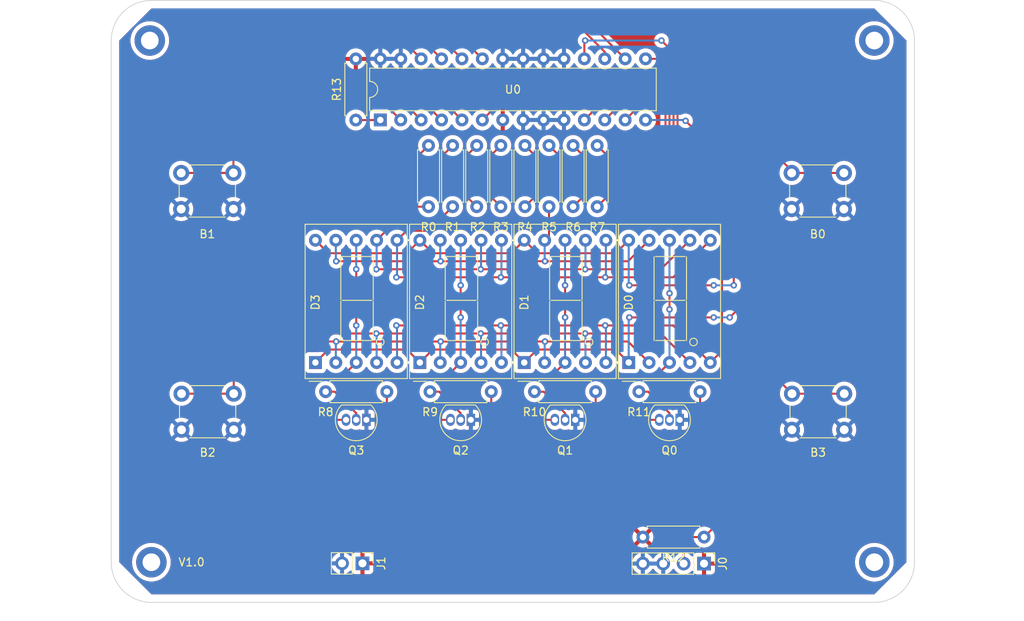
<source format=kicad_pcb>
(kicad_pcb (version 20211014) (generator pcbnew)
  (layers (0 "F.Cu" signal) (31 "B.Cu" signal) (34 "B.Paste" user) (35 "F.Paste" user) (36 "B.SilkS" user "B.Silkscreen") (37 "F.SilkS" user "F.Silkscreen") (38 "B.Mask" user) (39 "F.Mask" user) (44 "Edge.Cuts" user))
  (net 0 "")
  (net 1 "Net-(B0-Pad1)")
  (net 2 "GND")
  (net 3 "Net-(B1-Pad1)")
  (net 4 "Net-(B2-Pad1)")
  (net 5 "Net-(B3-Pad1)")
  (net 6 "VCC")
  (net 7 "/SS_E")
  (net 8 "/SS_D")
  (net 9 "Net-(D0-Pad3)")
  (net 10 "/SS_C")
  (net 11 "/SS_DP")
  (net 12 "/SS_B")
  (net 13 "/SS_A")
  (net 14 "/SS_F")
  (net 15 "/SS_G")
  (net 16 "Net-(D1-Pad3)")
  (net 17 "Net-(D2-Pad3)")
  (net 18 "Net-(D3-Pad3)")
  (net 19 "Net-(J0-Pad2)")
  (net 20 "Net-(Q0-Pad2)")
  (net 21 "Net-(Q1-Pad2)")
  (net 22 "Net-(Q2-Pad2)")
  (net 23 "Net-(Q3-Pad2)")
  (net 24 "Net-(R0-Pad1)")
  (net 25 "Net-(R1-Pad1)")
  (net 26 "Net-(R2-Pad1)")
  (net 27 "Net-(R3-Pad1)")
  (net 28 "Net-(R4-Pad1)")
  (net 29 "Net-(R5-Pad1)")
  (net 30 "Net-(R6-Pad1)")
  (net 31 "Net-(R7-Pad1)")
  (net 32 "Net-(R8-Pad1)")
  (net 33 "Net-(R9-Pad1)")
  (net 34 "Net-(R10-Pad1)")
  (net 35 "Net-(R11-Pad1)")
  (net 36 "Net-(R13-Pad1)")
  (footprint "Resistor_THT:R_Axial_DIN0207_L6.3mm_D2.5mm_P7.62mm_Horizontal" (layer "F.Cu") (at 153.5 58.08 -90)
    (fp_text reference "R4" (at 10.16 0) (layer "F.SilkS"))
    (fp_text value "100R")
    (pad "1" thru_hole circle (at 0 0 270) (size 1.6 1.6) (drill 0.8) (layers *.Cu *.Mask) (net 28 "Net-(R4-Pad1)"))
    (pad "2" thru_hole oval (at 7.62 0 270) (size 1.6 1.6) (drill 0.8) (layers *.Cu *.Mask) (net 7 "/SS_E"))
  )
  (footprint "Resistor_THT:R_Axial_DIN0207_L6.3mm_D2.5mm_P7.62mm_Horizontal" (layer "F.Cu") (at 141.5 58.08 -90)
    (fp_text reference "R0" (at 10.16 0) (layer "F.SilkS"))
    (fp_text value "100R")
    (pad "1" thru_hole circle (at 0 0 270) (size 1.6 1.6) (drill 0.8) (layers *.Cu *.Mask) (net 24 "Net-(R0-Pad1)"))
    (pad "2" thru_hole oval (at 7.62 0 270) (size 1.6 1.6) (drill 0.8) (layers *.Cu *.Mask) (net 13 "/SS_A"))
  )
  (footprint "Connector_PinHeader_2.54mm:PinHeader_1x02_P2.54mm_Vertical" (layer "F.Cu") (at 133.275 110.14 -90)
    (fp_text reference "J1" (at 0 -2.33 90) (layer "F.SilkS"))
    (fp_text value "battery_connection")
    (pad "1" thru_hole rect (at 0 0 270) (size 1.7 1.7) (drill 1) (layers *.Cu *.Mask) (net 6 "VCC"))
    (pad "2" thru_hole oval (at 0 2.54 270) (size 1.7 1.7) (drill 1) (layers *.Cu *.Mask) (net 2 "GND"))
  )
  (footprint "Display_7Segment:D1X8K" (layer "F.Cu") (at 140.42 85.12 90)
    (fp_text reference "D2" (at 7.4975 0 90) (layer "F.SilkS"))
    (fp_text value "INND-TS56")
    (pad "1" thru_hole rect (at 0 0) (size 1.6 1.6) (drill 0.8) (layers *.Cu *.Mask) (net 7 "/SS_E"))
    (pad "2" thru_hole circle (at 0 2.54) (size 1.6 1.6) (drill 0.8) (layers *.Cu *.Mask) (net 8 "/SS_D"))
    (pad "3" thru_hole circle (at 0 5.08) (size 1.6 1.6) (drill 0.8) (layers *.Cu *.Mask) (net 17 "Net-(D2-Pad3)"))
    (pad "4" thru_hole circle (at 0 7.62) (size 1.6 1.6) (drill 0.8) (layers *.Cu *.Mask) (net 10 "/SS_C"))
    (pad "5" thru_hole circle (at 0 10.16) (size 1.6 1.6) (drill 0.8) (layers *.Cu *.Mask) (net 11 "/SS_DP"))
    (pad "6" thru_hole circle (at 15.24 10.16) (size 1.6 1.6) (drill 0.8) (layers *.Cu *.Mask) (net 12 "/SS_B"))
    (pad "7" thru_hole circle (at 15.24 7.62) (size 1.6 1.6) (drill 0.8) (layers *.Cu *.Mask) (net 13 "/SS_A"))
    (pad "8" thru_hole circle (at 15.24 5.08) (size 1.6 1.6) (drill 0.8) (layers *.Cu *.Mask) (net 17 "Net-(D2-Pad3)"))
    (pad "9" thru_hole circle (at 15.24 2.54) (size 1.6 1.6) (drill 0.8) (layers *.Cu *.Mask) (net 14 "/SS_F"))
    (pad "10" thru_hole circle (at 15.24 0) (size 1.6 1.6) (drill 0.8) (layers *.Cu *.Mask) (net 15 "/SS_G"))
  )
  (footprint "Resistor_THT:R_Axial_DIN0207_L6.3mm_D2.5mm_P7.62mm_Horizontal" (layer "F.Cu") (at 149.31 88.75 180)
    (fp_text reference "R9" (at 7.62 -2.54) (layer "F.SilkS"))
    (fp_text value "680R")
    (pad "1" thru_hole circle (at 0 0 180) (size 1.6 1.6) (drill 0.8) (layers *.Cu *.Mask) (net 33 "Net-(R9-Pad1)"))
    (pad "2" thru_hole oval (at 7.62 0 180) (size 1.6 1.6) (drill 0.8) (layers *.Cu *.Mask) (net 22 "Net-(Q2-Pad2)"))
  )
  (footprint "Display_7Segment:D1X8K" (layer "F.Cu") (at 166.42 85.12 90)
    (fp_text reference "D0" (at 7.4975 0 90) (layer "F.SilkS"))
    (fp_text value "INND-TS56")
    (pad "1" thru_hole rect (at 0 0) (size 1.6 1.6) (drill 0.8) (layers *.Cu *.Mask) (net 7 "/SS_E"))
    (pad "2" thru_hole circle (at 0 2.54) (size 1.6 1.6) (drill 0.8) (layers *.Cu *.Mask) (net 8 "/SS_D"))
    (pad "3" thru_hole circle (at 0 5.08) (size 1.6 1.6) (drill 0.8) (layers *.Cu *.Mask) (net 9 "Net-(D0-Pad3)"))
    (pad "4" thru_hole circle (at 0 7.62) (size 1.6 1.6) (drill 0.8) (layers *.Cu *.Mask) (net 10 "/SS_C"))
    (pad "5" thru_hole circle (at 0 10.16) (size 1.6 1.6) (drill 0.8) (layers *.Cu *.Mask) (net 11 "/SS_DP"))
    (pad "6" thru_hole circle (at 15.24 10.16) (size 1.6 1.6) (drill 0.8) (layers *.Cu *.Mask) (net 12 "/SS_B"))
    (pad "7" thru_hole circle (at 15.24 7.62) (size 1.6 1.6) (drill 0.8) (layers *.Cu *.Mask) (net 13 "/SS_A"))
    (pad "8" thru_hole circle (at 15.24 5.08) (size 1.6 1.6) (drill 0.8) (layers *.Cu *.Mask) (net 9 "Net-(D0-Pad3)"))
    (pad "9" thru_hole circle (at 15.24 2.54) (size 1.6 1.6) (drill 0.8) (layers *.Cu *.Mask) (net 14 "/SS_F"))
    (pad "10" thru_hole circle (at 15.24 0) (size 1.6 1.6) (drill 0.8) (layers *.Cu *.Mask) (net 15 "/SS_G"))
  )
  (footprint "Resistor_THT:R_Axial_DIN0207_L6.3mm_D2.5mm_P7.62mm_Horizontal" (layer "F.Cu") (at 144.5 58.08 -90)
    (fp_text reference "R1" (at 10.16 0) (layer "F.SilkS"))
    (fp_text value "100R")
    (pad "1" thru_hole circle (at 0 0 270) (size 1.6 1.6) (drill 0.8) (layers *.Cu *.Mask) (net 25 "Net-(R1-Pad1)"))
    (pad "2" thru_hole oval (at 7.62 0 270) (size 1.6 1.6) (drill 0.8) (layers *.Cu *.Mask) (net 12 "/SS_B"))
  )
  (footprint "Package_DIP:DIP-28_W7.62mm" (layer "F.Cu") (at 135.5 54.9 90)
    (fp_text reference "U0" (at 3.8 16.51) (layer "F.SilkS"))
    (fp_text value "ATmega328P-U")
    (pad "1" thru_hole rect (at 0 0 90) (size 1.6 1.6) (drill 0.8) (layers *.Cu *.Mask) (net 36 "Net-(R13-Pad1)"))
    (pad "2" thru_hole oval (at 0 2.54 90) (size 1.6 1.6) (drill 0.8) (layers *.Cu *.Mask) (net 24 "Net-(R0-Pad1)"))
    (pad "3" thru_hole oval (at 0 5.08 90) (size 1.6 1.6) (drill 0.8) (layers *.Cu *.Mask) (net 25 "Net-(R1-Pad1)"))
    (pad "4" thru_hole oval (at 0 7.62 90) (size 1.6 1.6) (drill 0.8) (layers *.Cu *.Mask) (net 26 "Net-(R2-Pad1)"))
    (pad "5" thru_hole oval (at 0 10.16 90) (size 1.6 1.6) (drill 0.8) (layers *.Cu *.Mask) (net 27 "Net-(R3-Pad1)"))
    (pad "6" thru_hole oval (at 0 12.7 90) (size 1.6 1.6) (drill 0.8) (layers *.Cu *.Mask) (net 28 "Net-(R4-Pad1)"))
    (pad "7" thru_hole oval (at 0 15.24 90) (size 1.6 1.6) (drill 0.8) (layers *.Cu *.Mask) (net 6 "VCC"))
    (pad "8" thru_hole oval (at 0 17.78 90) (size 1.6 1.6) (drill 0.8) (layers *.Cu *.Mask) (net 2 "GND"))
    (pad "9" thru_hole oval (at 0 20.32 90) (size 1.6 1.6) (drill 0.8) (layers *.Cu *.Mask) (net 2 "GND"))
    (pad "10" thru_hole oval (at 0 22.86 90) (size 1.6 1.6) (drill 0.8) (layers *.Cu *.Mask) (net 2 "GND"))
    (pad "11" thru_hole oval (at 0 25.4 90) (size 1.6 1.6) (drill 0.8) (layers *.Cu *.Mask) (net 29 "Net-(R5-Pad1)"))
    (pad "12" thru_hole oval (at 0 27.94 90) (size 1.6 1.6) (drill 0.8) (layers *.Cu *.Mask) (net 30 "Net-(R6-Pad1)"))
    (pad "13" thru_hole oval (at 0 30.48 90) (size 1.6 1.6) (drill 0.8) (layers *.Cu *.Mask) (net 31 "Net-(R7-Pad1)"))
    (pad "14" thru_hole oval (at 0 33.02 90) (size 1.6 1.6) (drill 0.8) (layers *.Cu *.Mask) (net 19 "Net-(J0-Pad2)"))
    (pad "15" thru_hole oval (at 7.62 33.02 90) (size 1.6 1.6) (drill 0.8) (layers *.Cu *.Mask) (net 5 "Net-(B3-Pad1)"))
    (pad "16" thru_hole oval (at 7.62 30.48 90) (size 1.6 1.6) (drill 0.8) (layers *.Cu *.Mask) (net 4 "Net-(B2-Pad1)"))
    (pad "17" thru_hole oval (at 7.62 27.94 90) (size 1.6 1.6) (drill 0.8) (layers *.Cu *.Mask) (net 3 "Net-(B1-Pad1)"))
    (pad "18" thru_hole oval (at 7.62 25.4 90) (size 1.6 1.6) (drill 0.8) (layers *.Cu *.Mask) (net 1 "Net-(B0-Pad1)"))
    (pad "19" thru_hole oval (at 7.62 22.86 90) (size 1.6 1.6) (drill 0.8) (layers *.Cu *.Mask) (net 2 "GND"))
    (pad "20" thru_hole oval (at 7.62 20.32 90) (size 1.6 1.6) (drill 0.8) (layers *.Cu *.Mask) (net 2 "GND"))
    (pad "21" thru_hole oval (at 7.62 17.78 90) (size 1.6 1.6) (drill 0.8) (layers *.Cu *.Mask) (net 2 "GND"))
    (pad "22" thru_hole oval (at 7.62 15.24 90) (size 1.6 1.6) (drill 0.8) (layers *.Cu *.Mask) (net 2 "GND"))
    (pad "23" thru_hole oval (at 7.62 12.7 90) (size 1.6 1.6) (drill 0.8) (layers *.Cu *.Mask) (net 35 "Net-(R11-Pad1)"))
    (pad "24" thru_hole oval (at 7.62 10.16 90) (size 1.6 1.6) (drill 0.8) (layers *.Cu *.Mask) (net 34 "Net-(R10-Pad1)"))
    (pad "25" thru_hole oval (at 7.62 7.62 90) (size 1.6 1.6) (drill 0.8) (layers *.Cu *.Mask) (net 33 "Net-(R9-Pad1)"))
    (pad "26" thru_hole oval (at 7.62 5.08 90) (size 1.6 1.6) (drill 0.8) (layers *.Cu *.Mask) (net 32 "Net-(R8-Pad1)"))
    (pad "27" thru_hole oval (at 7.62 2.54 90) (size 1.6 1.6) (drill 0.8) (layers *.Cu *.Mask) (net 2 "GND"))
    (pad "28" thru_hole oval (at 7.62 0 90) (size 1.6 1.6) (drill 0.8) (layers *.Cu *.Mask) (net 2 "GND"))
  )
  (footprint "Resistor_THT:R_Axial_DIN0207_L6.3mm_D2.5mm_P7.62mm_Horizontal" (layer "F.Cu") (at 136.31 88.75 180)
    (fp_text reference "R8" (at 7.62 -2.54) (layer "F.SilkS"))
    (fp_text value "680R")
    (pad "1" thru_hole circle (at 0 0 180) (size 1.6 1.6) (drill 0.8) (layers *.Cu *.Mask) (net 32 "Net-(R8-Pad1)"))
    (pad "2" thru_hole oval (at 7.62 0 180) (size 1.6 1.6) (drill 0.8) (layers *.Cu *.Mask) (net 23 "Net-(Q3-Pad2)"))
  )
  (footprint "MountingHole:MountingHole_2.2mm_M2_DIN965_Pad_TopBottom" (layer "F.Cu") (at 197 45)
    (fp_text reference "REF**" hide)
    (fp_text value "MountingHole_2.2mm_M2_DIN965_Pad_TopBottom")
    (pad "1" thru_hole circle (at 0 0) (size 2.6 2.6) (drill 2.2) (layers *.Cu *.Mask))
    (pad "1" connect circle (at 0 0) (size 3.8 3.8) (layers "B.Cu" "B.Mask"))
    (pad "1" connect circle (at 0 0) (size 3.8 3.8) (layers "F.Cu" "F.Mask"))
  )
  (footprint "Package_TO_SOT_THT:TO-92_Inline" (layer "F.Cu") (at 146.77 92.26 180)
    (fp_text reference "Q2" (at 1.27 -3.81) (layer "F.SilkS"))
    (fp_text value "PN2222A")
    (pad "1" thru_hole rect (at 0 0 180) (size 1.05 1.5) (drill 0.75) (layers *.Cu *.Mask) (net 2 "GND"))
    (pad "2" thru_hole oval (at 1.27 0 180) (size 1.05 1.5) (drill 0.75) (layers *.Cu *.Mask) (net 22 "Net-(Q2-Pad2)"))
    (pad "3" thru_hole oval (at 2.54 0 180) (size 1.05 1.5) (drill 0.75) (layers *.Cu *.Mask) (net 17 "Net-(D2-Pad3)"))
  )
  (footprint "Resistor_THT:R_Axial_DIN0207_L6.3mm_D2.5mm_P7.62mm_Horizontal" (layer "F.Cu") (at 132.45 54.91 90)
    (fp_text reference "R13" (at 3.81 -2.37 90) (layer "F.SilkS"))
    (fp_text value "10k")
    (pad "1" thru_hole circle (at 0 0 90) (size 1.6 1.6) (drill 0.8) (layers *.Cu *.Mask) (net 36 "Net-(R13-Pad1)"))
    (pad "2" thru_hole oval (at 7.62 0 90) (size 1.6 1.6) (drill 0.8) (layers *.Cu *.Mask) (net 6 "VCC"))
  )
  (footprint "Resistor_THT:R_Axial_DIN0207_L6.3mm_D2.5mm_P7.62mm_Horizontal" (layer "F.Cu") (at 162.31 88.75 180)
    (fp_text reference "R10" (at 7.62 -2.54) (layer "F.SilkS"))
    (fp_text value "680R")
    (pad "1" thru_hole circle (at 0 0 180) (size 1.6 1.6) (drill 0.8) (layers *.Cu *.Mask) (net 34 "Net-(R10-Pad1)"))
    (pad "2" thru_hole oval (at 7.62 0 180) (size 1.6 1.6) (drill 0.8) (layers *.Cu *.Mask) (net 21 "Net-(Q1-Pad2)"))
  )
  (footprint "MountingHole:MountingHole_2.2mm_M2_DIN965_Pad_TopBottom" (layer "F.Cu") (at 106.8 45)
    (fp_text reference "REF**" hide)
    (fp_text value "MountingHole_2.2mm_M2_DIN965_Pad_TopBottom")
    (pad "1" connect circle (at 0 0) (size 3.8 3.8) (layers "F.Cu" "F.Mask"))
    (pad "1" connect circle (at 0 0) (size 3.8 3.8) (layers "B.Cu" "B.Mask"))
    (pad "1" thru_hole circle (at 0 0) (size 2.6 2.6) (drill 2.2) (layers *.Cu *.Mask))
  )
  (footprint "Resistor_THT:R_Axial_DIN0207_L6.3mm_D2.5mm_P7.62mm_Horizontal" (layer "F.Cu") (at 156.5 58.08 -90)
    (fp_text reference "R5" (at 10.16 0) (layer "F.SilkS"))
    (fp_text value "100R")
    (pad "1" thru_hole circle (at 0 0 270) (size 1.6 1.6) (drill 0.8) (layers *.Cu *.Mask) (net 29 "Net-(R5-Pad1)"))
    (pad "2" thru_hole oval (at 7.62 0 270) (size 1.6 1.6) (drill 0.8) (layers *.Cu *.Mask) (net 14 "/SS_F"))
  )
  (footprint "Resistor_THT:R_Axial_DIN0207_L6.3mm_D2.5mm_P7.62mm_Horizontal" (layer "F.Cu") (at 150.5 58.08 -90)
    (fp_text reference "R3" (at 10.16 0) (layer "F.SilkS"))
    (fp_text value "100R")
    (pad "1" thru_hole circle (at 0 0 270) (size 1.6 1.6) (drill 0.8) (layers *.Cu *.Mask) (net 27 "Net-(R3-Pad1)"))
    (pad "2" thru_hole oval (at 7.62 0 270) (size 1.6 1.6) (drill 0.8) (layers *.Cu *.Mask) (net 8 "/SS_D"))
  )
  (footprint "Button_Switch_THT:SW_PUSH_6mm_H9.5mm" (layer "F.Cu") (at 186.71 61.5)
    (fp_text reference "B0" (at 3.25 7.62) (layer "F.SilkS"))
    (fp_text value "disp_current_temp")
    (pad "1" thru_hole circle (at 6.5 0 90) (size 2 2) (drill 1.1) (layers *.Cu *.Mask) (net 1 "Net-(B0-Pad1)"))
    (pad "1" thru_hole circle (at 0 0 90) (size 2 2) (drill 1.1) (layers *.Cu *.Mask) (net 1 "Net-(B0-Pad1)"))
    (pad "2" thru_hole circle (at 6.5 4.5 90) (size 2 2) (drill 1.1) (layers *.Cu *.Mask) (net 2 "GND"))
    (pad "2" thru_hole circle (at 0 4.5 90) (size 2 2) (drill 1.1) (layers *.Cu *.Mask) (net 2 "GND"))
  )
  (footprint "Button_Switch_THT:SW_PUSH_6mm_H9.5mm" (layer "F.Cu") (at 186.75 89)
    (fp_text reference "B3" (at 3.25 7.33) (layer "F.SilkS"))
    (fp_text value "reset_saved_temps")
    (pad "1" thru_hole circle (at 0 0 90) (size 2 2) (drill 1.1) (layers *.Cu *.Mask) (net 5 "Net-(B3-Pad1)"))
    (pad "1" thru_hole circle (at 6.5 0 90) (size 2 2) (drill 1.1) (layers *.Cu *.Mask) (net 5 "Net-(B3-Pad1)"))
    (pad "2" thru_hole circle (at 6.5 4.5 90) (size 2 2) (drill 1.1) (layers *.Cu *.Mask) (net 2 "GND"))
    (pad "2" thru_hole circle (at 0 4.5 90) (size 2 2) (drill 1.1) (layers *.Cu *.Mask) (net 2 "GND"))
  )
  (footprint "Resistor_THT:R_Axial_DIN0207_L6.3mm_D2.5mm_P7.62mm_Horizontal" (layer "F.Cu") (at 175.31 88.75 180)
    (fp_text reference "R11" (at 7.62 -2.54) (layer "F.SilkS"))
    (fp_text value "680R")
    (pad "1" thru_hole circle (at 0 0 180) (size 1.6 1.6) (drill 0.8) (layers *.Cu *.Mask) (net 35 "Net-(R11-Pad1)"))
    (pad "2" thru_hole oval (at 7.62 0 180) (size 1.6 1.6) (drill 0.8) (layers *.Cu *.Mask) (net 20 "Net-(Q0-Pad2)"))
  )
  (footprint "Resistor_THT:R_Axial_DIN0207_L6.3mm_D2.5mm_P7.62mm_Horizontal" (layer "F.Cu") (at 159.5 58.08 -90)
    (fp_text reference "R6" (at 10.16 0) (layer "F.SilkS"))
    (fp_text value "100R")
    (pad "1" thru_hole circle (at 0 0 270) (size 1.6 1.6) (drill 0.8) (layers *.Cu *.Mask) (net 30 "Net-(R6-Pad1)"))
    (pad "2" thru_hole oval (at 7.62 0 270) (size 1.6 1.6) (drill 0.8) (layers *.Cu *.Mask) (net 15 "/SS_G"))
  )
  (footprint "Button_Switch_THT:SW_PUSH_6mm_H9.5mm" (layer "F.Cu") (at 110.75 89)
    (fp_text reference "B2" (at 3.25 7.33) (layer "F.SilkS"))
    (fp_text value "disp_min_temp")
    (pad "1" thru_hole circle (at 6.5 0 90) (size 2 2) (drill 1.1) (layers *.Cu *.Mask) (net 4 "Net-(B2-Pad1)"))
    (pad "1" thru_hole circle (at 0 0 90) (size 2 2) (drill 1.1) (layers *.Cu *.Mask) (net 4 "Net-(B2-Pad1)"))
    (pad "2" thru_hole circle (at 6.5 4.5 90) (size 2 2) (drill 1.1) (layers *.Cu *.Mask) (net 2 "GND"))
    (pad "2" thru_hole circle (at 0 4.5 90) (size 2 2) (drill 1.1) (layers *.Cu *.Mask) (net 2 "GND"))
  )
  (footprint "MountingHole:MountingHole_2.2mm_M2_DIN965_Pad_TopBottom" (layer "F.Cu") (at 107 110)
    (fp_text reference "REF**" hide)
    (fp_text value "MountingHole_2.2mm_M2_DIN965_Pad_TopBottom")
    (pad "1" connect circle (at 0 0) (size 3.8 3.8) (layers "F.Cu" "F.Mask"))
    (pad "1" thru_hole circle (at 0 0) (size 2.6 2.6) (drill 2.2) (layers *.Cu *.Mask))
    (pad "1" connect circle (at 0 0) (size 3.8 3.8) (layers "B.Cu" "B.Mask"))
  )
  (footprint "Package_TO_SOT_THT:TO-92_Inline" (layer "F.Cu") (at 133.77 92.26 180)
    (fp_text reference "Q3" (at 1.27 -3.81) (layer "F.SilkS"))
    (fp_text value "PN2222A")
    (pad "1" thru_hole rect (at 0 0 180) (size 1.05 1.5) (drill 0.75) (layers *.Cu *.Mask) (net 2 "GND"))
    (pad "2" thru_hole oval (at 1.27 0 180) (size 1.05 1.5) (drill 0.75) (layers *.Cu *.Mask) (net 23 "Net-(Q3-Pad2)"))
    (pad "3" thru_hole oval (at 2.54 0 180) (size 1.05 1.5) (drill 0.75) (layers *.Cu *.Mask) (net 18 "Net-(D3-Pad3)"))
  )
  (footprint "Display_7Segment:D1X8K" (layer "F.Cu") (at 127.42 85.12 90)
    (fp_text reference "D3" (at 7.4975 0 90) (layer "F.SilkS"))
    (fp_text value "INND-TS56")
    (pad "1" thru_hole rect (at 0 0) (size 1.6 1.6) (drill 0.8) (layers *.Cu *.Mask) (net 7 "/SS_E"))
    (pad "2" thru_hole circle (at 0 2.54) (size 1.6 1.6) (drill 0.8) (layers *.Cu *.Mask) (net 8 "/SS_D"))
    (pad "3" thru_hole circle (at 0 5.08) (size 1.6 1.6) (drill 0.8) (layers *.Cu *.Mask) (net 18 "Net-(D3-Pad3)"))
    (pad "4" thru_hole circle (at 0 7.62) (size 1.6 1.6) (drill 0.8) (layers *.Cu *.Mask) (net 10 "/SS_C"))
    (pad "5" thru_hole circle (at 0 10.16) (size 1.6 1.6) (drill 0.8) (layers *.Cu *.Mask) (net 11 "/SS_DP"))
    (pad "6" thru_hole circle (at 15.24 10.16) (size 1.6 1.6) (drill 0.8) (layers *.Cu *.Mask) (net 12 "/SS_B"))
    (pad "7" thru_hole circle (at 15.24 7.62) (size 1.6 1.6) (drill 0.8) (layers *.Cu *.Mask) (net 13 "/SS_A"))
    (pad "8" thru_hole circle (at 15.24 5.08) (size 1.6 1.6) (drill 0.8) (layers *.Cu *.Mask) (net 18 "Net-(D3-Pad3)"))
    (pad "9" thru_hole circle (at 15.24 2.54) (size 1.6 1.6) (drill 0.8) (layers *.Cu *.Mask) (net 14 "/SS_F"))
    (pad "10" thru_hole circle (at 15.24 0) (size 1.6 1.6) (drill 0.8) (layers *.Cu *.Mask) (net 15 "/SS_G"))
  )
  (footprint "Button_Switch_THT:SW_PUSH_6mm_H9.5mm" (layer "F.Cu") (at 110.71 61.5)
    (fp_text reference "B1" (at 3.25 7.62) (layer "F.SilkS"))
    (fp_text value "disp_max_temp")
    (pad "1" thru_hole circle (at 0 0 90) (size 2 2) (drill 1.1) (layers *.Cu *.Mask) (net 3 "Net-(B1-Pad1)"))
    (pad "1" thru_hole circle (at 6.5 0 90) (size 2 2) (drill 1.1) (layers *.Cu *.Mask) (net 3 "Net-(B1-Pad1)"))
    (pad "2" thru_hole circle (at 6.5 4.5 90) (size 2 2) (drill 1.1) (layers *.Cu *.Mask) (net 2 "GND"))
    (pad "2" thru_hole circle (at 0 4.5 90) (size 2 2) (drill 1.1) (layers *.Cu *.Mask) (net 2 "GND"))
  )
  (footprint "MountingHole:MountingHole_2.2mm_M2_DIN965_Pad_TopBottom" (layer "F.Cu") (at 197 110)
    (fp_text reference "REF**" hide)
    (fp_text value "MountingHole_2.2mm_M2_DIN965_Pad_TopBottom")
    (pad "1" connect circle (at 0 0) (size 3.8 3.8) (layers "B.Cu" "B.Mask"))
    (pad "1" connect circle (at 0 0) (size 3.8 3.8) (layers "F.Cu" "F.Mask"))
    (pad "1" thru_hole circle (at 0 0) (size 2.6 2.6) (drill 2.2) (layers *.Cu *.Mask))
  )
  (footprint "Resistor_THT:R_Axial_DIN0207_L6.3mm_D2.5mm_P7.62mm_Horizontal" (layer "F.Cu") (at 162.5 58.08 -90)
    (fp_text reference "R7" (at 10.16 0) (layer "F.SilkS"))
    (fp_text value "100R")
    (pad "1" thru_hole circle (at 0 0 270) (size 1.6 1.6) (drill 0.8) (layers *.Cu *.Mask) (net 31 "Net-(R7-Pad1)"))
    (pad "2" thru_hole oval (at 7.62 0 270) (size 1.6 1.6) (drill 0.8) (layers *.Cu *.Mask) (net 11 "/SS_DP"))
  )
  (footprint "Package_TO_SOT_THT:TO-92_Inline" (layer "F.Cu") (at 159.77 92.26 180)
    (fp_text reference "Q1" (at 1.27 -3.81) (layer "F.SilkS"))
    (fp_text value "PN2222A")
    (pad "1" thru_hole rect (at 0 0 180) (size 1.05 1.5) (drill 0.75) (layers *.Cu *.Mask) (net 2 "GND"))
    (pad "2" thru_hole oval (at 1.27 0 180) (size 1.05 1.5) (drill 0.75) (layers *.Cu *.Mask) (net 21 "Net-(Q1-Pad2)"))
    (pad "3" thru_hole oval (at 2.54 0 180) (size 1.05 1.5) (drill 0.75) (layers *.Cu *.Mask) (net 16 "Net-(D1-Pad3)"))
  )
  (footprint "Resistor_THT:R_Axial_DIN0207_L6.3mm_D2.5mm_P7.62mm_Horizontal" (layer "F.Cu") (at 168.19 106.87)
    (fp_text reference "R12" (at 3.81 2.54) (layer "F.SilkS"))
    (fp_text value "4.7k")
    (pad "1" thru_hole circle (at 0 0) (size 1.6 1.6) (drill 0.8) (layers *.Cu *.Mask) (net 6 "VCC"))
    (pad "2" thru_hole oval (at 7.62 0) (size 1.6 1.6) (drill 0.8) (layers *.Cu *.Mask) (net 19 "Net-(J0-Pad2)"))
  )
  (footprint "Connector_PinHeader_2.54mm:PinHeader_1x04_P2.54mm_Vertical" (layer "F.Cu") (at 175.8 110.17 -90)
    (fp_text reference "J0" (at 0 -2.33 90) (layer "F.SilkS"))
    (fp_text value "sensor_connection")
    (pad "1" thru_hole rect (at 0 0 270) (size 1.7 1.7) (drill 1) (layers *.Cu *.Mask) (net 6 "VCC"))
    (pad "2" thru_hole oval (at 0 2.54 270) (size 1.7 1.7) (drill 1) (layers *.Cu *.Mask) (net 19 "Net-(J0-Pad2)"))
    (pad "3" thru_hole oval (at 0 5.08 270) (size 1.7 1.7) (drill 1) (layers *.Cu *.Mask) (net 2 "GND"))
    (pad "4" thru_hole oval (at 0 7.62 270) (size 1.7 1.7) (drill 1) (layers *.Cu *.Mask) (net 2 "GND"))
  )
  (footprint "Display_7Segment:D1X8K" (layer "F.Cu") (at 153.42 85.12 90)
    (fp_text reference "D1" (at 7.4975 0 90) (layer "F.SilkS"))
    (fp_text value "INND-TS56")
    (pad "1" thru_hole rect (at 0 0) (size 1.6 1.6) (drill 0.8) (layers *.Cu *.Mask) (net 7 "/SS_E"))
    (pad "2" thru_hole circle (at 0 2.54) (size 1.6 1.6) (drill 0.8) (layers *.Cu *.Mask) (net 8 "/SS_D"))
    (pad "3" thru_hole circle (at 0 5.08) (size 1.6 1.6) (drill 0.8) (layers *.Cu *.Mask) (net 16 "Net-(D1-Pad3)"))
    (pad "4" thru_hole circle (at 0 7.62) (size 1.6 1.6) (drill 0.8) (layers *.Cu *.Mask) (net 10 "/SS_C"))
    (pad "5" thru_hole circle (at 0 10.16) (size 1.6 1.6) (drill 0.8) (layers *.Cu *.Mask) (net 11 "/SS_DP"))
    (pad "6" thru_hole circle (at 15.24 10.16) (size 1.6 1.6) (drill 0.8) (layers *.Cu *.Mask) (net 12 "/SS_B"))
    (pad "7" thru_hole circle (at 15.24 7.62) (size 1.6 1.6) (drill 0.8) (layers *.Cu *.Mask) (net 13 "/SS_A"))
    (pad "8" thru_hole circle (at 15.24 5.08) (size 1.6 1.6) (drill 0.8) (layers *.Cu *.Mask) (net 16 "Net-(D1-Pad3)"))
    (pad "9" thru_hole circle (at 15.24 2.54) (size 1.6 1.6) (drill 0.8) (layers *.Cu *.Mask) (net 14 "/SS_F"))
    (pad "10" thru_hole circle (at 15.24 0) (size 1.6 1.6) (drill 0.8) (layers *.Cu *.Mask) (net 15 "/SS_G"))
  )
  (footprint "Package_TO_SOT_THT:TO-92_Inline" (layer "F.Cu") (at 172.77 92.26 180)
    (fp_text reference "Q0" (at 1.27 -3.81) (layer "F.SilkS"))
    (fp_text value "PN2222A")
    (pad "1" thru_hole rect (at 0 0 180) (size 1.05 1.5) (drill 0.75) (layers *.Cu *.Mask) (net 2 "GND"))
    (pad "2" thru_hole oval (at 1.27 0 180) (size 1.05 1.5) (drill 0.75) (layers *.Cu *.Mask) (net 20 "Net-(Q0-Pad2)"))
    (pad "3" thru_hole oval (at 2.54 0 180) (size 1.05 1.5) (drill 0.75) (layers *.Cu *.Mask) (net 9 "Net-(D0-Pad3)"))
  )
  (footprint "Resistor_THT:R_Axial_DIN0207_L6.3mm_D2.5mm_P7.62mm_Horizontal" (layer "F.Cu") (at 147.5 58.08 -90)
    (fp_text reference "R2" (at 10.16 -0.1) (layer "F.SilkS"))
    (fp_text value "100R")
    (pad "1" thru_hole circle (at 0 0 270) (size 1.6 1.6) (drill 0.8) (layers *.Cu *.Mask) (net 26 "Net-(R2-Pad1)"))
    (pad "2" thru_hole oval (at 7.62 0 270) (size 1.6 1.6) (drill 0.8) (layers *.Cu *.Mask) (net 10 "/SS_C"))
  )
  (gr_arc (start 107 115) (mid 103.464466 113.535534) (end 102 110) (layer "Edge.Cuts") (width 0.1))
  (gr_arc (start 197 40) (mid 200.535534 41.464466) (end 202 45) (layer "Edge.Cuts") (width 0.1))
  (gr_line (start 202 45) (end 202 110) (layer "Edge.Cuts") (width 0.1))
  (gr_arc (start 202 110) (mid 200.535534 113.535534) (end 197 115) (layer "Edge.Cuts") (width 0.1))
  (gr_line (start 102 110) (end 102 45) (layer "Edge.Cuts") (width 0.1))
  (gr_arc (start 102 45) (mid 103.464466 41.464466) (end 107 40) (layer "Edge.Cuts") (width 0.1))
  (gr_line (start 197 115) (end 107 115) (layer "Edge.Cuts") (width 0.1))
  (gr_line (start 107 40) (end 197 40) (layer "Edge.Cuts") (width 0.1))
  (gr_text "V1.0" (at 112 110) (layer "F.SilkS") (effects (font (size 1 1))))
  (segment (start 170.5 45) (end 186.71 61.21) (width 0.25) (layer "F.Cu") (net 1))
  (segment (start 186.71 61.21) (end 186.71 61.5) (width 0.25) (layer "F.Cu") (net 1))
  (segment (start 186.71 61.5) (end 193.21 61.5) (width 0.25) (layer "F.Cu") (net 1))
  (segment (start 160.9 45.1) (end 161 45) (width 0.25) (layer "F.Cu") (net 1))
  (segment (start 160.9 47.28) (end 160.9 45.1) (width 0.25) (layer "F.Cu") (net 1))
  (via (at 161 45) (size 0.8) (drill 0.4) (layers "F.Cu" "B.Cu") (net 1))
  (via (at 170.5 45) (size 0.8) (drill 0.4) (layers "F.Cu" "B.Cu") (net 1))
  (segment (start 161 45) (end 170.5 45) (width 0.25) (layer "B.Cu") (net 1))
  (segment (start 163.44 46.414695) (end 163.44 47.28) (width 0.25) (layer "F.Cu") (net 3))
  (segment (start 117.21 61.5) (end 117.21 56.744416) (width 0.25) (layer "F.Cu") (net 3))
  (segment (start 110.71 61.5) (end 117.21 61.5) (width 0.25) (layer "F.Cu") (net 3))
  (segment (start 160.725305 43.7) (end 163.44 46.414695) (width 0.25) (layer "F.Cu") (net 3))
  (segment (start 117.21 56.744416) (end 130.254416 43.7) (width 0.25) (layer "F.Cu") (net 3))
  (segment (start 130.254416 43.7) (end 160.725305 43.7) (width 0.25) (layer "F.Cu") (net 3))
  (segment (start 109 60) (end 125.75 43.25) (width 0.25) (layer "F.Cu") (net 4))
  (segment (start 109 68.5) (end 109 60) (width 0.25) (layer "F.Cu") (net 4))
  (segment (start 117.25 89) (end 117.25 76.75) (width 0.25) (layer "F.Cu") (net 4))
  (segment (start 110.75 89) (end 117.25 89) (width 0.25) (layer "F.Cu") (net 4))
  (segment (start 125.75 43.25) (end 161.95 43.25) (width 0.25) (layer "F.Cu") (net 4))
  (segment (start 161.95 43.25) (end 165.98 47.28) (width 0.25) (layer "F.Cu") (net 4))
  (segment (start 117.25 76.75) (end 109 68.5) (width 0.25) (layer "F.Cu") (net 4))
  (segment (start 185 87.25) (end 186.75 89) (width 0.25) (layer "F.Cu") (net 5))
  (segment (start 186.75 89) (end 193.25 89) (width 0.25) (layer "F.Cu") (net 5))
  (segment (start 168.52 47.28) (end 171.78 47.28) (width 0.25) (layer "F.Cu") (net 5))
  (segment (start 171.78 47.28) (end 185 60.5) (width 0.25) (layer "F.Cu") (net 5))
  (segment (start 185 60.5) (end 185 87.25) (width 0.25) (layer "F.Cu") (net 5))
  (segment (start 177.272792 63) (end 180.5 66.227208) (width 0.25) (layer "F.Cu") (net 7))
  (segment (start 129.04 83.5) (end 138.8 83.5) (width 0.25) (layer "F.Cu") (net 7))
  (segment (start 177 79.5) (end 166.5 79.5) (width 0.25) (layer "F.Cu") (net 7))
  (segment (start 180.5 78) (end 179 79.5) (width 0.25) (layer "F.Cu") (net 7))
  (segment (start 156.2 63) (end 177.272792 63) (width 0.25) (layer "F.Cu") (net 7))
  (segment (start 180.5 66.227208) (end 180.5 78) (width 0.25) (layer "F.Cu") (net 7))
  (segment (start 153.42 85.12) (end 155.04 83.5) (width 0.25) (layer "F.Cu") (net 7))
  (segment (start 140.42 85.12) (end 142.04 83.5) (width 0.25) (layer "F.Cu") (net 7))
  (segment (start 127.42 85.12) (end 129.04 83.5) (width 0.25) (layer "F.Cu") (net 7))
  (segment (start 155.04 83.5) (end 164.8 83.5) (width 0.25) (layer "F.Cu") (net 7))
  (segment (start 164.8 83.5) (end 166.42 85.12) (width 0.25) (layer "F.Cu") (net 7))
  (segment (start 142.04 83.5) (end 151.8 83.5) (width 0.25) (layer "F.Cu") (net 7))
  (segment (start 138.8 83.5) (end 140.42 85.12) (width 0.25) (layer "F.Cu") (net 7))
  (segment (start 151.8 83.5) (end 153.42 85.12) (width 0.25) (layer "F.Cu") (net 7))
  (segment (start 153.5 65.7) (end 156.2 63) (width 0.25) (layer "F.Cu") (net 7))
  (via (at 166.5 79.5) (size 0.8) (drill 0.4) (layers "F.Cu" "B.Cu") (net 7))
  (via (at 179 79.5) (size 0.8) (drill 0.4) (layers "F.Cu" "B.Cu") (net 7))
  (via (at 177 79.5) (size 0.8) (drill 0.4) (layers "F.Cu" "B.Cu") (net 7))
  (segment (start 179 79.5) (end 177 79.5) (width 0.25) (layer "B.Cu") (net 7))
  (segment (start 166.42 85.12) (end 166.42 79.58) (width 0.25) (layer "B.Cu") (net 7))
  (segment (start 166.42 79.58) (end 166.5 79.5) (width 0.25) (layer "B.Cu") (net 7))
  (segment (start 143 82.5) (end 130 82.5) (width 0.25) (layer "F.Cu") (net 8))
  (segment (start 147.3 62.5) (end 129.863604 62.5) (width 0.25) (layer "F.Cu") (net 8))
  (segment (start 156 82.5) (end 143 82.5) (width 0.25) (layer "F.Cu") (net 8))
  (segment (start 166.34 82.5) (end 168.96 85.12) (width 0.25) (layer "F.Cu") (net 8))
  (segment (start 126.363604 82.5) (end 130 82.5) (width 0.25) (layer "F.Cu") (net 8))
  (segment (start 129.863604 62.5) (end 125 67.363604) (width 0.25) (layer "F.Cu") (net 8))
  (segment (start 156 82.5) (end 166.34 82.5) (width 0.25) (layer "F.Cu") (net 8))
  (segment (start 125 67.363604) (end 125 81.136396) (width 0.25) (layer "F.Cu") (net 8))
  (segment (start 125 81.136396) (end 126.363604 82.5) (width 0.25) (layer "F.Cu") (net 8))
  (segment (start 150.5 65.7) (end 147.3 62.5) (width 0.25) (layer "F.Cu") (net 8))
  (via (at 143 82.5) (size 0.8) (drill 0.4) (layers "F.Cu" "B.Cu") (net 8))
  (via (at 156 82.5) (size 0.8) (drill 0.4) (layers "F.Cu" "B.Cu") (net 8))
  (via (at 130 82.5) (size 0.8) (drill 0.4) (layers "F.Cu" "B.Cu") (net 8))
  (segment (start 142.96 82.54) (end 142.96 85.12) (width 0.25) (layer "B.Cu") (net 8))
  (segment (start 130 82.5) (end 129.96 82.54) (width 0.25) (layer "B.Cu") (net 8))
  (segment (start 155.96 82.54) (end 155.96 85.12) (width 0.25) (layer "B.Cu") (net 8))
  (segment (start 143 82.5) (end 142.96 82.54) (width 0.25) (layer "B.Cu") (net 8))
  (segment (start 129.96 82.54) (end 129.96 85.12) (width 0.25) (layer "B.Cu") (net 8))
  (segment (start 156 82.5) (end 155.96 82.54) (width 0.25) (layer "B.Cu") (net 8))
  (segment (start 170.23 92.26) (end 167.76 92.26) (width 0.25) (layer "F.Cu") (net 9))
  (segment (start 166.5 87) (end 169.62 87) (width 0.25) (layer "F.Cu") (net 9))
  (segment (start 167.76 92.26) (end 166 90.5) (width 0.25) (layer "F.Cu") (net 9))
  (segment (start 166 87.5) (end 166.5 87) (width 0.25) (layer "F.Cu") (net 9))
  (segment (start 169.62 87) (end 171.5 85.12) (width 0.25) (layer "F.Cu") (net 9))
  (segment (start 171.5 76.5) (end 171.5 78.5) (width 0.25) (layer "F.Cu") (net 9))
  (segment (start 166 90.5) (end 166 87.5) (width 0.25) (layer "F.Cu") (net 9))
  (via (at 171.5 76.5) (size 0.8) (drill 0.4) (layers "F.Cu" "B.Cu") (net 9))
  (via (at 171.5 78.5) (size 0.8) (drill 0.4) (layers "F.Cu" "B.Cu") (net 9))
  (segment (start 171.5 85.12) (end 171.5 78.5) (width 0.25) (layer "B.Cu") (net 9))
  (segment (start 171.5 69.88) (end 171.5 76.5) (width 0.25) (layer "B.Cu") (net 9))
  (segment (start 170.42 81.5) (end 174.04 85.12) (width 0.25) (layer "F.Cu") (net 10))
  (segment (start 125.5 67.5) (end 125.5 81) (width 0.25) (layer "F.Cu") (net 10))
  (segment (start 147.5 65.7) (end 144.8 63) (width 0.25) (layer "F.Cu") (net 10))
  (segment (start 130 63) (end 125.5 67.5) (width 0.25) (layer "F.Cu") (net 10))
  (segment (start 148 81.5) (end 135 81.5) (width 0.25) (layer "F.Cu") (net 10))
  (segment (start 161 81.5) (end 148 81.5) (width 0.25) (layer "F.Cu") (net 10))
  (segment (start 161 81.5) (end 170.42 81.5) (width 0.25) (layer "F.Cu") (net 10))
  (segment (start 144.8 63) (end 130 63) (width 0.25) (layer "F.Cu") (net 10))
  (segment (start 125.5 81) (end 126 81.5) (width 0.25) (layer "F.Cu") (net 10))
  (segment (start 126 81.5) (end 135 81.5) (width 0.25) (layer "F.Cu") (net 10))
  (via (at 161 81.5) (size 0.8) (drill 0.4) (layers "F.Cu" "B.Cu") (net 10))
  (via (at 135 81.5) (size 0.8) (drill 0.4) (layers "F.Cu" "B.Cu") (net 10))
  (via (at 148 81.5) (size 0.8) (drill 0.4) (layers "F.Cu" "B.Cu") (net 10))
  (segment (start 148 81.5) (end 148.04 81.54) (width 0.25) (layer "B.Cu") (net 10))
  (segment (start 161 81.5) (end 161.04 81.54) (width 0.25) (layer "B.Cu") (net 10))
  (segment (start 135.04 81.54) (end 135.04 85.12) (width 0.25) (layer "B.Cu") (net 10))
  (segment (start 161.04 81.54) (end 161.04 85.12) (width 0.25) (layer "B.Cu") (net 10))
  (segment (start 135 81.5) (end 135.04 81.54) (width 0.25) (layer "B.Cu") (net 10))
  (segment (start 148.04 81.54) (end 148.04 85.12) (width 0.25) (layer "B.Cu") (net 10))
  (segment (start 163.5 80.5) (end 150.5 80.5) (width 0.25) (layer "F.Cu") (net 11))
  (segment (start 177 64) (end 178.033601 65.033601) (width 0.25) (layer "F.Cu") (net 11))
  (segment (start 163.5 80.5) (end 171.96 80.5) (width 0.25) (layer "F.Cu") (net 11))
  (segment (start 150.5 80.5) (end 137.5 80.5) (width 0.25) (layer "F.Cu") (net 11))
  (segment (start 178.033601 65.033601) (end 178.033601 83.666399) (width 0.25) (layer "F.Cu") (net 11))
  (segment (start 162.5 65.7) (end 164.2 64) (width 0.25) (layer "F.Cu") (net 11))
  (segment (start 164.2 64) (end 177 64) (width 0.25) (layer "F.Cu") (net 11))
  (segment (start 178.033601 83.666399) (end 176.58 85.12) (width 0.25) (layer "F.Cu") (net 11))
  (segment (start 171.96 80.5) (end 176.58 85.12) (width 0.25) (layer "F.Cu") (net 11))
  (via (at 163.5 80.5) (size 0.8) (drill 0.4) (layers "F.Cu" "B.Cu") (net 11))
  (via (at 137.5 80.5) (size 0.8) (drill 0.4) (layers "F.Cu" "B.Cu") (net 11))
  (via (at 150.5 80.5) (size 0.8) (drill 0.4) (layers "F.Cu" "B.Cu") (net 11))
  (segment (start 163.5 80.5) (end 163.58 80.58) (width 0.25) (layer "B.Cu") (net 11))
  (segment (start 150.58 80.58) (end 150.58 85.12) (width 0.25) (layer "B.Cu") (net 11))
  (segment (start 150.5 80.5) (end 150.58 80.58) (width 0.25) (layer "B.Cu") (net 11))
  (segment (start 137.58 80.58) (end 137.58 85.12) (width 0.25) (layer "B.Cu") (net 11))
  (segment (start 137.5 80.5) (end 137.58 80.58) (width 0.25) (layer "B.Cu") (net 11))
  (segment (start 163.58 80.58) (end 163.58 85.12) (width 0.25) (layer "B.Cu") (net 11))
  (segment (start 137.5 74.5) (end 150.5 74.5) (width 0.25) (layer "F.Cu") (net 12))
  (segment (start 138.754301 68.705699) (end 137.58 69.88) (width 0.25) (layer "F.Cu") (net 12))
  (segment (start 171.96 74.5) (end 176.58 69.88) (width 0.25) (layer "F.Cu") (net 12))
  (segment (start 141.494301 68.705699) (end 138.754301 68.705699) (width 0.25) (layer "F.Cu") (net 12))
  (segment (start 144.5 65.7) (end 141.494301 68.705699) (width 0.25) (layer "F.Cu") (net 12))
  (segment (start 150.5 74.5) (end 163.5 74.5) (width 0.25) (layer "F.Cu") (net 12))
  (segment (start 163.5 74.5) (end 171.96 74.5) (width 0.25) (layer "F.Cu") (net 12))
  (via (at 150.5 74.5) (size 0.8) (drill 0.4) (layers "F.Cu" "B.Cu") (net 12))
  (via (at 137.5 74.5) (size 0.8) (drill 0.4) (layers "F.Cu" "B.Cu") (net 12))
  (via (at 163.5 74.5) (size 0.8) (drill 0.4) (layers "F.Cu" "B.Cu") (net 12))
  (segment (start 163.58 74.42) (end 163.5 74.5) (width 0.25) (layer "B.Cu") (net 12))
  (segment (start 163.58 69.88) (end 163.58 74.42) (width 0.25) (layer "B.Cu") (net 12))
  (segment (start 137.58 74.42) (end 137.5 74.5) (width 0.25) (layer "B.Cu") (net 12))
  (segment (start 150.58 69.88) (end 150.58 74.42) (width 0.25) (layer "B.Cu") (net 12))
  (segment (start 137.58 69.88) (end 137.58 74.42) (width 0.25) (layer "B.Cu") (net 12))
  (segment (start 150.58 74.42) (end 150.5 74.5) (width 0.25) (layer "B.Cu") (net 12))
  (segment (start 135 73.5) (end 148 73.5) (width 0.25) (layer "F.Cu") (net 13))
  (segment (start 170.42 73.5) (end 174.04 69.88) (width 0.25) (layer "F.Cu") (net 13))
  (segment (start 148 73.5) (end 161 73.5) (width 0.25) (layer "F.Cu") (net 13))
  (segment (start 141.5 65.7) (end 139.22 65.7) (width 0.25) (layer "F.Cu") (net 13))
  (segment (start 139.22 65.7) (end 135.04 69.88) (width 0.25) (layer "F.Cu") (net 13))
  (segment (start 161 73.5) (end 170.42 73.5) (width 0.25) (layer "F.Cu") (net 13))
  (via (at 148 73.5) (size 0.8) (drill 0.4) (layers "F.Cu" "B.Cu") (net 13))
  (via (at 135 73.5) (size 0.8) (drill 0.4) (layers "F.Cu" "B.Cu") (net 13))
  (via (at 161 73.5) (size 0.8) (drill 0.4) (layers "F.Cu" "B.Cu") (net 13))
  (segment (start 148.04 69.88) (end 148.04 73.46) (width 0.25) (layer "B.Cu") (net 13))
  (segment (start 148.04 73.46) (end 148 73.5) (width 0.25) (layer "B.Cu") (net 13))
  (segment (start 135.04 69.88) (end 135.04 73.46) (width 0.25) (layer "B.Cu") (net 13))
  (segment (start 161.04 69.88) (end 161.04 73.46) (width 0.25) (layer "B.Cu") (net 13))
  (segment (start 161.04 73.46) (end 161 73.5) (width 0.25) (layer "B.Cu") (net 13))
  (segment (start 135.04 73.46) (end 135 73.5) (width 0.25) (layer "B.Cu") (net 13))
  (segment (start 130 72.5) (end 143 72.5) (width 0.25) (layer "F.Cu") (net 14))
  (segment (start 156 72.5) (end 166.34 72.5) (width 0.25) (layer "F.Cu") (net 14))
  (segment (start 156.5 69.34) (end 155.96 69.88) (width 0.25) (layer "F.Cu") (net 14))
  (segment (start 143 72.5) (end 156 72.5) (width 0.25) (layer "F.Cu") (net 14))
  (segment (start 156.5 65.7) (end 156.5 69.34) (width 0.25) (layer "F.Cu") (net 14))
  (segment (start 166.34 72.5) (end 168.96 69.88) (width 0.25) (layer "F.Cu") (net 14))
  (via (at 156 72.5) (size 0.8) (drill 0.4) (layers "F.Cu" "B.Cu") (net 14))
  (via (at 130 72.5) (size 0.8) (drill 0.4) (layers "F.Cu" "B.Cu") (net 14))
  (via (at 143 72.5) (size 0.8) (drill 0.4) (layers "F.Cu" "B.Cu") (net 14))
  (segment (start 142.96 72.46) (end 143 72.5) (width 0.25) (layer "B.Cu") (net 14))
  (segment (start 142.96 69.88) (end 142.96 72.46) (width 0.25) (layer "B.Cu") (net 14))
  (segment (start 129.96 72.46) (end 130 72.5) (width 0.25) (layer "B.Cu") (net 14))
  (segment (start 155.96 69.88) (end 155.96 72.46) (width 0.25) (layer "B.Cu") (net 14))
  (segment (start 129.96 69.88) (end 129.96 72.46) (width 0.25) (layer "B.Cu") (net 14))
  (segment (start 155.96 72.46) (end 156 72.5) (width 0.25) (layer "B.Cu") (net 14))
  (segment (start 177 75.5) (end 166.5 75.5) (width 0.25) (layer "F.Cu") (net 15))
  (segment (start 179.5 65.863604) (end 179.5 75.5) (width 0.25) (layer "F.Cu") (net 15))
  (segment (start 177.136396 63.5) (end 179.5 65.863604) (width 0.25) (layer "F.Cu") (net 15))
  (segment (start 142.04 71.5) (end 151.8 71.5) (width 0.25) (layer "F.Cu") (net 15))
  (segment (start 140.42 69.88) (end 142.04 71.5) (width 0.25) (layer "F.Cu") (net 15))
  (segment (start 155.04 71.5) (end 164.8 71.5) (width 0.25) (layer "F.Cu") (net 15))
  (segment (start 164.8 71.5) (end 166.42 69.88) (width 0.25) (layer "F.Cu") (net 15))
  (segment (start 151.8 71.5) (end 153.42 69.88) (width 0.25) (layer "F.Cu") (net 15))
  (segment (start 161.7 63.5) (end 177.136396 63.5) (width 0.25) (layer "F.Cu") (net 15))
  (segment (start 153.42 69.88) (end 155.04 71.5) (width 0.25) (layer "F.Cu") (net 15))
  (segment (start 127.42 69.88) (end 129.04 71.5) (width 0.25) (layer "F.Cu") (net 15))
  (segment (start 138.8 71.5) (end 140.42 69.88) (width 0.25) (layer "F.Cu") (net 15))
  (segment (start 129.04 71.5) (end 138.8 71.5) (width 0.25) (layer "F.Cu") (net 15))
  (segment (start 159.5 65.7) (end 161.7 63.5) (width 0.25) (layer "F.Cu") (net 15))
  (via (at 177 75.5) (size 0.8) (drill 0.4) (layers "F.Cu" "B.Cu") (net 15))
  (via (at 166.5 75.5) (size 0.8) (drill 0.4) (layers "F.Cu" "B.Cu") (net 15))
  (via (at 179.5 75.5) (size 0.8) (drill 0.4) (layers "F.Cu" "B.Cu") (net 15))
  (segment (start 179.5 75.5) (end 177 75.5) (width 0.25) (layer "B.Cu") (net 15))
  (segment (start 166.42 69.88) (end 166.42 75.42) (width 0.25) (layer "B.Cu") (net 15))
  (segment (start 166.42 75.42) (end 166.5 75.5) (width 0.25) (layer "B.Cu") (net 15))
  (segment (start 158.5 85.12) (end 156.62 87) (width 0.25) (layer "F.Cu") (net 16))
  (segment (start 153 90.5) (end 154.76 92.26) (width 0.25) (layer "F.Cu") (net 16))
  (segment (start 153 87.5) (end 153 90.5) (width 0.25) (layer "F.Cu") (net 16))
  (segment (start 153.5 87) (end 153 87.5) (width 0.25) (layer "F.Cu") (net 16))
  (segment (start 156.62 87) (end 153.5 87) (width 0.25) (layer "F.Cu") (net 16))
  (segment (start 158.5 75.5) (end 158.5 79.5) (width 0.25) (layer "F.Cu") (net 16))
  (segment (start 154.76 92.26) (end 157.23 92.26) (width 0.25) (layer "F.Cu") (net 16))
  (via (at 158.5 79.5) (size 0.8) (drill 0.4) (layers "F.Cu" "B.Cu") (net 16))
  (via (at 158.5 75.5) (size 0.8) (drill 0.4) (layers "F.Cu" "B.Cu") (net 16))
  (segment (start 158.5 69.88) (end 158.5 75.5) (width 0.25) (layer "B.Cu") (net 16))
  (segment (start 158.5 85.12) (end 158.5 79.5) (width 0.25) (layer "B.Cu") (net 16))
  (segment (start 145.5 75.5) (end 145.5 79.5) (width 0.25) (layer "F.Cu") (net 17))
  (segment (start 145.5 85.12) (end 143.62 87) (width 0.25) (layer "F.Cu") (net 17))
  (segment (start 143.62 87) (end 140.5 87) (width 0.25) (layer "F.Cu") (net 17))
  (segment (start 140 90.5) (end 141.76 92.26) (width 0.25) (layer "F.Cu") (net 17))
  (segment (start 140.5 87) (end 140 87.5) (width 0.25) (layer "F.Cu") (net 17))
  (segment (start 140 87.5) (end 140 90.5) (width 0.25) (layer "F.Cu") (net 17))
  (segment (start 141.76 92.26) (end 144.23 92.26) (width 0.25) (layer "F.Cu") (net 17))
  (via (at 145.5 75.5) (size 0.8) (drill 0.4) (layers "F.Cu" "B.Cu") (net 17))
  (via (at 145.5 79.5) (size 0.8) (drill 0.4) (layers "F.Cu" "B.Cu") (net 17))
  (segment (start 145.5 69.88) (end 145.5 75.5) (width 0.25) (layer "B.Cu") (net 17))
  (segment (start 145.5 85.12) (end 145.5 79.5) (width 0.25) (layer "B.Cu") (net 17))
  (segment (start 130.62 87) (end 127.5 87) (width 0.25) (layer "F.Cu") (net 18))
  (segment (start 132.5 73.5) (end 132.5 80.5) (width 0.25) (layer "F.Cu") (net 18))
  (segment (start 128.76 92.26) (end 131.23 92.26) (width 0.25) (layer "F.Cu") (net 18))
  (segment (start 127 90.5) (end 128.76 92.26) (width 0.25) (layer "F.Cu") (net 18))
  (segment (start 127.5 87) (end 127 87.5) (width 0.25) (layer "F.Cu") (net 18))
  (segment (start 127 87.5) (end 127 90.5) (width 0.25) (layer "F.Cu") (net 18))
  (segment (start 132.5 85.12) (end 130.62 87) (width 0.25) (layer "F.Cu") (net 18))
  (via (at 132.5 73.5) (size 0.8) (drill 0.4) (layers "F.Cu" "B.Cu") (net 18))
  (via (at 132.5 80.5) (size 0.8) (drill 0.4) (layers "F.Cu" "B.Cu") (net 18))
  (segment (start 132.5 69.88) (end 132.5 73.5) (width 0.25) (layer "B.Cu") (net 18))
  (segment (start 132.5 85.12) (end 132.5 80.5) (width 0.25) (layer "B.Cu") (net 18))
  (segment (start 173.26 107.24) (end 173.26 110.17) (width 0.25) (layer "F.Cu") (net 19))
  (segment (start 175.81 106.87) (end 173.63 106.87) (width 0.25) (layer "F.Cu") (net 19))
  (segment (start 182.5 100.18) (end 182.5 64) (width 0.25) (layer "F.Cu") (net 19))
  (segment (start 182.5 64) (end 173.5 55) (width 0.25) (layer "F.Cu") (net 19))
  (segment (start 173.63 106.87) (end 173.26 107.24) (width 0.25) (layer "F.Cu") (net 19))
  (segment (start 175.81 106.87) (end 182.5 100.18) (width 0.25) (layer "F.Cu") (net 19))
  (via (at 173.5 55) (size 0.8) (drill 0.4) (layers "F.Cu" "B.Cu") (net 19))
  (segment (start 168.52 54.9) (end 173.4 54.9) (width 0.25) (layer "B.Cu") (net 19))
  (segment (start 173.4 54.9) (end 173.5 55) (width 0.25) (layer "B.Cu") (net 19))
  (segment (start 171.5 91.42863) (end 171.5 92.26) (width 0.25) (layer "F.Cu") (net 20))
  (segment (start 167.69 88.75) (end 168.82137 88.75) (width 0.25) (layer "F.Cu") (net 20))
  (segment (start 168.82137 88.75) (end 171.5 91.42863) (width 0.25) (layer "F.Cu") (net 20))
  (segment (start 154.69 88.75) (end 155.82137 88.75) (width 0.25) (layer "F.Cu") (net 21))
  (segment (start 155.82137 88.75) (end 158.5 91.42863) (width 0.25) (layer "F.Cu") (net 21))
  (segment (start 158.5 91.42863) (end 158.5 92.26) (width 0.25) (layer "F.Cu") (net 21))
  (segment (start 141.69 88.75) (end 142.82137 88.75) (width 0.25) (layer "F.Cu") (net 22))
  (segment (start 145.5 91.42863) (end 145.5 92.26) (width 0.25) (layer "F.Cu") (net 22))
  (segment (start 142.82137 88.75) (end 145.5 91.42863) (width 0.25) (layer "F.Cu") (net 22))
  (segment (start 128.69 88.75) (end 129.82137 88.75) (width 0.25) (layer "F.Cu") (net 23))
  (segment (start 132.5 91.42863) (end 132.5 92.26) (width 0.25) (layer "F.Cu") (net 23))
  (segment (start 129.82137 88.75) (end 132.5 91.42863) (width 0.25) (layer "F.Cu") (net 23))
  (segment (start 130.5 53.5) (end 130.5 59) (width 0.25) (layer "F.Cu") (net 24))
  (segment (start 131 53) (end 130.5 53.5) (width 0.25) (layer "F.Cu") (net 24))
  (segment (start 136.14 53) (end 131 53) (width 0.25) (layer "F.Cu") (net 24))
  (segment (start 138.04 54.9) (end 136.14 53) (width 0.25) (layer "F.Cu") (net 24))
  (segment (start 130.5 59) (end 131 59.5) (width 0.25) (layer "F.Cu") (net 24))
  (segment (start 131 59.5) (end 140.08 59.5) (width 0.25) (layer "F.Cu") (net 24))
  (segment (start 140.08 59.5) (end 141.5 58.08) (width 0.25) (layer "F.Cu") (net 24))
  (segment (start 130.863604 60) (end 142.58 60) (width 0.25) (layer "F.Cu") (net 25))
  (segment (start 140.58 54.9) (end 138.18 52.5) (width 0.25) (layer "F.Cu") (net 25))
  (segment (start 130 59.136396) (end 130.863604 60) (width 0.25) (layer "F.Cu") (net 25))
  (segment (start 138.18 52.5) (end 130.863604 52.5) (width 0.25) (layer "F.Cu") (net 25))
  (segment (start 142.58 60) (end 144.5 58.08) (width 0.25) (layer "F.Cu") (net 25))
  (segment (start 130.863604 52.5) (end 130 53.363604) (width 0.25) (layer "F.Cu") (net 25))
  (segment (start 130 53.363604) (end 130 59.136396) (width 0.25) (layer "F.Cu") (net 25))
  (segment (start 143.12 54.9) (end 140.22 52) (width 0.25) (layer "F.Cu") (net 26))
  (segment (start 145.08 60.5) (end 147.5 58.08) (width 0.25) (layer "F.Cu") (net 26))
  (segment (start 130.727208 60.5) (end 145.08 60.5) (width 0.25) (layer "F.Cu") (net 26))
  (segment (start 140.22 52) (end 130.727208 52) (width 0.25) (layer "F.Cu") (net 26))
  (segment (start 129.5 59.272792) (end 130.727208 60.5) (width 0.25) (layer "F.Cu") (net 26))
  (segment (start 129.5 53.227208) (end 129.5 59.272792) (width 0.25) (layer "F.Cu") (net 26))
  (segment (start 130.727208 52) (end 129.5 53.227208) (width 0.25) (layer "F.Cu") (net 26))
  (segment (start 130.590812 61) (end 147.58 61) (width 0.25) (layer "F.Cu") (net 27))
  (segment (start 147.58 61) (end 150.5 58.08) (width 0.25) (layer "F.Cu") (net 27))
  (segment (start 129 53.090812) (end 129 59.409188) (width 0.25) (layer "F.Cu") (net 27))
  (segment (start 145.66 54.9) (end 142.26 51.5) (width 0.25) (layer "F.Cu") (net 27))
  (segment (start 129 59.409188) (end 130.590812 61) (width 0.25) (layer "F.Cu") (net 27))
  (segment (start 142.26 51.5) (end 130.590812 51.5) (width 0.25) (layer "F.Cu") (net 27))
  (segment (start 130.590812 51.5) (end 129 53.090812) (width 0.25) (layer "F.Cu") (net 27))
  (segment (start 172.5 53.090812) (end 172.5 59.409188) (width 0.25) (layer "F.Cu") (net 28))
  (segment (start 151.6 51.5) (end 170.909188 51.5) (width 0.25) (layer "F.Cu") (net 28))
  (segment (start 172.5 59.409188) (end 170.909188 61) (width 0.25) (layer "F.Cu") (net 28))
  (segment (start 170.909188 51.5) (end 172.5 53.090812) (width 0.25) (layer "F.Cu") (net 28))
  (segment (start 156.42 61) (end 153.5 58.08) (width 0.25) (layer "F.Cu") (net 28))
  (segment (start 170.909188 61) (end 156.42 61) (width 0.25) (layer "F.Cu") (net 28))
  (segment (start 148.2 54.9) (end 151.6 51.5) (width 0.25) (layer "F.Cu") (net 28))
  (segment (start 170.772792 52) (end 172 53.227208) (width 0.25) (layer "F.Cu") (net 29))
  (segment (start 170.772792 60.5) (end 158.92 60.5) (width 0.25) (layer "F.Cu") (net 29))
  (segment (start 158.92 60.5) (end 156.5 58.08) (width 0.25) (layer "F.Cu") (net 29))
  (segment (start 163.8 52) (end 170.772792 52) (width 0.25) (layer "F.Cu") (net 29))
  (segment (start 160.9 54.9) (end 163.8 52) (width 0.25) (layer "F.Cu") (net 29))
  (segment (start 172 53.227208) (end 172 59.272792) (width 0.25) (layer "F.Cu") (net 29))
  (segment (start 172 59.272792) (end 170.772792 60.5) (width 0.25) (layer "F.Cu") (net 29))
  (segment (start 170.636396 60) (end 171.5 59.136396) (width 0.25) (layer "F.Cu") (net 30))
  (segment (start 170.636396 52.5) (end 165.84 52.5) (width 0.25) (layer "F.Cu") (net 30))
  (segment (start 171.5 53.363604) (end 170.636396 52.5) (width 0.25) (layer "F.Cu") (net 30))
  (segment (start 161.42 60) (end 170.636396 60) (width 0.25) (layer "F.Cu") (net 30))
  (segment (start 159.5 58.08) (end 161.42 60) (width 0.25) (layer "F.Cu") (net 30))
  (segment (start 171.5 59.136396) (end 171.5 53.363604) (width 0.25) (layer "F.Cu") (net 30))
  (segment (start 165.84 52.5) (end 163.44 54.9) (width 0.25) (layer "F.Cu") (net 30))
  (segment (start 163.92 59.5) (end 164.5 59.5) (width 0.25) (layer "F.Cu") (net 31))
  (segment (start 167.88 53) (end 169 53) (width 0.25) (layer "F.Cu") (net 31))
  (segment (start 162.5 58.08) (end 163.92 59.5) (width 0.25) (layer "F.Cu") (net 31))
  (segment (start 165.98 54.9) (end 167.88 53) (width 0.25) (layer "F.Cu") (net 31))
  (segment (start 171 53.5) (end 171 59) (width 0.25) (layer "F.Cu") (net 31))
  (segment (start 171 59) (end 170.5 59.5) (width 0.25) (layer "F.Cu") (net 31))
  (segment (start 170.5 53) (end 171 53.5) (width 0.25) (layer "F.Cu") (net 31))
  (segment (start 169 53) (end 170.5 53) (width 0.25) (layer "F.Cu") (net 31))
  (segment (start 170.5 59.5) (end 164.5 59.5) (width 0.25) (layer "F.Cu") (net 31))
  (segment (start 136.31 95.69) (end 136.31 88.75) (width 0.25) (layer "F.Cu") (net 32))
  (segment (start 140.58 47.28) (end 138.8 45.5) (width 0.25) (layer "F.Cu") (net 32))
  (segment (start 126 96) (end 136 96) (width 0.25) (layer "F.Cu") (net 32))
  (segment (start 138.8 45.5) (end 131 45.5) (width 0.25) (layer "F.Cu") (net 32))
  (segment (start 123.45 61) (end 123.45 53.05) (width 0.25) (layer "F.Cu") (net 32))
  (segment (start 123.45 61) (end 123.45 95.5) (width 0.25) (layer "F.Cu") (net 32))
  (segment (start 123.45 95.5) (end 123.95 96) (width 0.25) (layer "F.Cu") (net 32))
  (segment (start 123.95 96) (end 126 96) (width 0.25) (layer "F.Cu") (net 32))
  (segment (start 123.45 53.05) (end 131 45.5) (width 0.25) (layer "F.Cu") (net 32))
  (segment (start 136 96) (end 136.31 95.69) (width 0.25) (layer "F.Cu") (net 32))
  (segment (start 123 52.863604) (end 130.813604 45.05) (width 0.25) (layer "F.Cu") (net 33))
  (segment (start 149.05 96.45) (end 123.763604 96.45) (width 0.25) (layer "F.Cu") (net 33))
  (segment (start 149.31 88.75) (end 149.31 96.19) (width 0.25) (layer "F.Cu") (net 33))
  (segment (start 140.89 45.05) (end 143.12 47.28) (width 0.25) (layer "F.Cu") (net 33))
  (segment (start 149.31 96.19) (end 149.05 96.45) (width 0.25) (layer "F.Cu") (net 33))
  (segment (start 130.813604 45.05) (end 140.89 45.05) (width 0.25) (layer "F.Cu") (net 33))
  (segment (start 123.763604 96.45) (end 123 95.686396) (width 0.25) (layer "F.Cu") (net 33))
  (segment (start 123 95.686396) (end 123 52.863604) (width 0.25) (layer "F.Cu") (net 33))
  (segment (start 122.55 52.677208) (end 130.627208 44.6) (width 0.25) (layer "F.Cu") (net 34))
  (segment (start 122.55 95.872792) (end 122.55 52.677208) (width 0.25) (layer "F.Cu") (net 34))
  (segment (start 162.1 96.9) (end 123.577208 96.9) (width 0.25) (layer "F.Cu") (net 34))
  (segment (start 162.31 96.69) (end 162.1 96.9) (width 0.25) (layer "F.Cu") (net 34))
  (segment (start 130.627208 44.6) (end 142.98 44.6) (width 0.25) (layer "F.Cu") (net 34))
  (segment (start 123.577208 96.9) (end 122.55 95.872792) (width 0.25) (layer "F.Cu") (net 34))
  (segment (start 142.98 44.6) (end 145.66 47.28) (width 0.25) (layer "F.Cu") (net 34))
  (segment (start 162.31 88.75) (end 162.31 96.69) (width 0.25) (layer "F.Cu") (net 34))
  (segment (start 175.15 97.35) (end 123.390812 97.35) (width 0.25) (layer "F.Cu") (net 35))
  (segment (start 122.1 96.059188) (end 122.1 52.490812) (width 0.25) (layer "F.Cu") (net 35))
  (segment (start 175.31 97.19) (end 175.15 97.35) (width 0.25) (layer "F.Cu") (net 35))
  (segment (start 175.31 88.75) (end 175.31 97.19) (width 0.25) (layer "F.Cu") (net 35))
  (segment (start 122.1 52.490812) (end 130.440812 44.15) (width 0.25) (layer "F.Cu") (net 35))
  (segment (start 123.390812 97.35) (end 122.1 96.059188) (width 0.25) (layer "F.Cu") (net 35))
  (segment (start 145.07 44.15) (end 148.2 47.28) (width 0.25) (layer "F.Cu") (net 35))
  (segment (start 130.440812 44.15) (end 145.07 44.15) (width 0.25) (layer "F.Cu") (net 35))
  (segment (start 132.45 54.91) (end 135.49 54.91) (width 0.25) (layer "F.Cu") (net 36))
  (segment (start 135.49 54.91) (end 135.5 54.9) (width 0.25) (layer "F.Cu") (net 36))
  (zone (net 6) (net_name "VCC") (layer "F.Cu") (connect_pads (clearance 0.508)) (min_thickness 0.254) (fill yes (thermal_gap 0.508) (thermal_bridge_width 0.508))
    (polygon (pts (xy 201 45) (xy 201 110) (xy 197 114) (xy 107 114) (xy 103 110) (xy 103 45) (xy 107 41) (xy 197 41)))
  )
  (zone (net 2) (net_name "GND") (layer "B.Cu") (connect_pads (clearance 0.508)) (min_thickness 0.254) (fill yes (thermal_gap 0.508) (thermal_bridge_width 0.508))
    (polygon (pts (xy 201 110) (xy 197 114) (xy 107 114) (xy 103 110) (xy 103 45) (xy 107 41) (xy 197 41) (xy 201 45)))
  )
)
</source>
